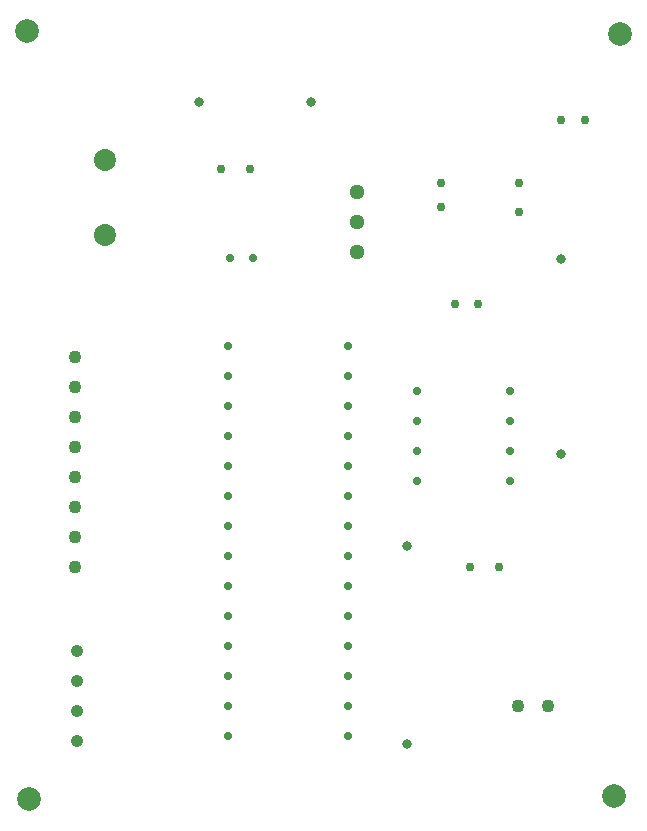
<source format=gbr>
%TF.GenerationSoftware,Altium Limited,Altium Designer,20.2.7 (254)*%
G04 Layer_Color=0*
%FSLAX26Y26*%
%MOIN*%
%TF.SameCoordinates,6B6101E1-C1E4-40C1-A6FF-A8A0D89029E3*%
%TF.FilePolarity,Positive*%
%TF.FileFunction,Plated,1,2,PTH,Drill*%
%TF.Part,Single*%
G01*
G75*
%TA.AperFunction,ComponentDrill*%
%ADD52C,0.050787*%
%ADD53C,0.031496*%
%ADD54C,0.028858*%
%ADD55C,0.029528*%
%ADD56C,0.029528*%
%ADD57C,0.027559*%
%ADD58C,0.043307*%
%ADD59C,0.043307*%
%ADD60C,0.073228*%
%ADD61C,0.041339*%
%ADD62C,0.031496*%
%TA.AperFunction,ViaDrill,NotFilled*%
%ADD63C,0.078740*%
D52*
X1315000Y4295000D02*
D03*
Y4195000D02*
D03*
Y4095000D02*
D03*
D53*
X1995000Y4070000D02*
D03*
Y3420394D02*
D03*
X1480000Y2453582D02*
D03*
Y3115000D02*
D03*
D54*
X885000Y2480000D02*
D03*
Y2580000D02*
D03*
Y2680000D02*
D03*
Y2780000D02*
D03*
Y2880000D02*
D03*
Y2980000D02*
D03*
Y3080000D02*
D03*
Y3180000D02*
D03*
Y3280000D02*
D03*
Y3380000D02*
D03*
Y3480000D02*
D03*
Y3580000D02*
D03*
Y3680000D02*
D03*
Y3780000D02*
D03*
X1285000D02*
D03*
Y3680000D02*
D03*
Y3580000D02*
D03*
Y3480000D02*
D03*
Y3380000D02*
D03*
Y3280000D02*
D03*
Y3180000D02*
D03*
Y3080000D02*
D03*
Y2980000D02*
D03*
Y2880000D02*
D03*
Y2780000D02*
D03*
Y2680000D02*
D03*
Y2580000D02*
D03*
Y2480000D02*
D03*
X1825000Y3630000D02*
D03*
Y3530000D02*
D03*
Y3430000D02*
D03*
Y3330000D02*
D03*
X1515000D02*
D03*
Y3430000D02*
D03*
Y3530000D02*
D03*
Y3630000D02*
D03*
D55*
X1855000Y4226574D02*
D03*
Y4325000D02*
D03*
X1595000D02*
D03*
Y4246260D02*
D03*
D56*
X1690000Y3045000D02*
D03*
X1788426D02*
D03*
X1995000Y4535000D02*
D03*
X2073740D02*
D03*
X860000Y4370000D02*
D03*
X958426D02*
D03*
X1640000Y3920000D02*
D03*
X1718740D02*
D03*
D57*
X890000Y4075000D02*
D03*
X968740D02*
D03*
D58*
X1850000Y2580000D02*
D03*
X1950000D02*
D03*
D59*
X375000Y3045000D02*
D03*
Y3145000D02*
D03*
Y3245000D02*
D03*
Y3345000D02*
D03*
Y3445000D02*
D03*
Y3545000D02*
D03*
Y3645000D02*
D03*
Y3745000D02*
D03*
D60*
X475000Y4150000D02*
D03*
Y4400000D02*
D03*
D61*
X380000Y2465000D02*
D03*
Y2565000D02*
D03*
Y2665000D02*
D03*
Y2765000D02*
D03*
D62*
X1160000Y4595000D02*
D03*
X785984D02*
D03*
D63*
X2170000Y2280000D02*
D03*
X220000Y2270000D02*
D03*
X2190000Y4820000D02*
D03*
X215000Y4830000D02*
D03*
%TF.MD5,21d5adca6f12b5f5af93dce7acc1004b*%
M02*

</source>
